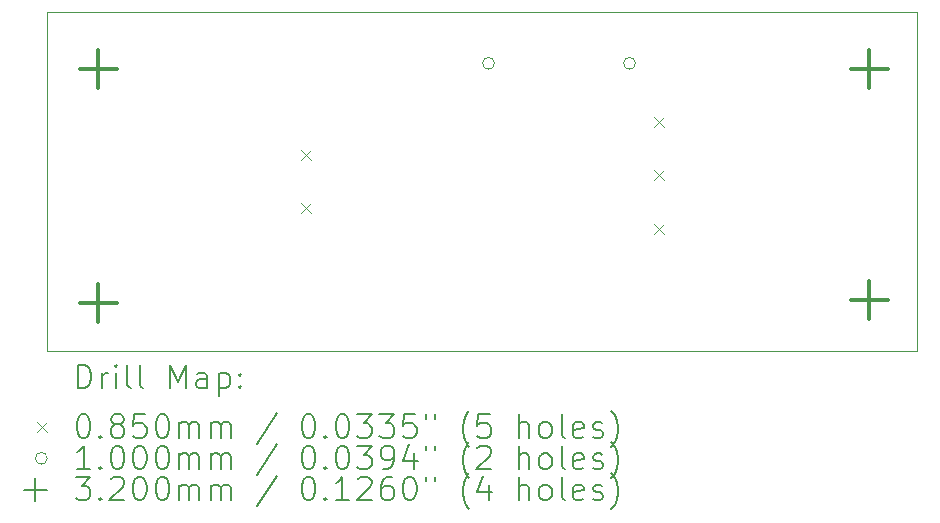
<source format=gbr>
%TF.GenerationSoftware,KiCad,Pcbnew,8.0.7*%
%TF.CreationDate,2025-02-03T10:27:33+01:00*%
%TF.ProjectId,pwmTo_0-5V,70776d54-6f5f-4302-9d35-562e6b696361,rev?*%
%TF.SameCoordinates,Original*%
%TF.FileFunction,Drillmap*%
%TF.FilePolarity,Positive*%
%FSLAX45Y45*%
G04 Gerber Fmt 4.5, Leading zero omitted, Abs format (unit mm)*
G04 Created by KiCad (PCBNEW 8.0.7) date 2025-02-03 10:27:33*
%MOMM*%
%LPD*%
G01*
G04 APERTURE LIST*
%ADD10C,0.050000*%
%ADD11C,0.200000*%
%ADD12C,0.100000*%
%ADD13C,0.320000*%
G04 APERTURE END LIST*
D10*
X6428700Y-5398600D02*
X13794700Y-5398600D01*
X13794700Y-8268800D01*
X6428700Y-8268800D01*
X6428700Y-5398600D01*
D11*
D12*
X8577500Y-6562500D02*
X8662500Y-6647500D01*
X8662500Y-6562500D02*
X8577500Y-6647500D01*
X8577500Y-7012500D02*
X8662500Y-7097500D01*
X8662500Y-7012500D02*
X8577500Y-7097500D01*
X11565000Y-6287500D02*
X11650000Y-6372500D01*
X11650000Y-6287500D02*
X11565000Y-6372500D01*
X11565000Y-6737500D02*
X11650000Y-6822500D01*
X11650000Y-6737500D02*
X11565000Y-6822500D01*
X11565000Y-7187500D02*
X11650000Y-7272500D01*
X11650000Y-7187500D02*
X11565000Y-7272500D01*
X10212500Y-5830400D02*
G75*
G02*
X10112500Y-5830400I-50000J0D01*
G01*
X10112500Y-5830400D02*
G75*
G02*
X10212500Y-5830400I50000J0D01*
G01*
X11406300Y-5830400D02*
G75*
G02*
X11306300Y-5830400I-50000J0D01*
G01*
X11306300Y-5830400D02*
G75*
G02*
X11406300Y-5830400I50000J0D01*
G01*
D13*
X6860500Y-5721200D02*
X6860500Y-6041200D01*
X6700500Y-5881200D02*
X7020500Y-5881200D01*
X6860500Y-7702400D02*
X6860500Y-8022400D01*
X6700500Y-7862400D02*
X7020500Y-7862400D01*
X13388300Y-5721200D02*
X13388300Y-6041200D01*
X13228300Y-5881200D02*
X13548300Y-5881200D01*
X13388300Y-7677000D02*
X13388300Y-7997000D01*
X13228300Y-7837000D02*
X13548300Y-7837000D01*
D11*
X6686977Y-8582784D02*
X6686977Y-8382784D01*
X6686977Y-8382784D02*
X6734596Y-8382784D01*
X6734596Y-8382784D02*
X6763167Y-8392308D01*
X6763167Y-8392308D02*
X6782215Y-8411355D01*
X6782215Y-8411355D02*
X6791739Y-8430403D01*
X6791739Y-8430403D02*
X6801262Y-8468498D01*
X6801262Y-8468498D02*
X6801262Y-8497070D01*
X6801262Y-8497070D02*
X6791739Y-8535165D01*
X6791739Y-8535165D02*
X6782215Y-8554212D01*
X6782215Y-8554212D02*
X6763167Y-8573260D01*
X6763167Y-8573260D02*
X6734596Y-8582784D01*
X6734596Y-8582784D02*
X6686977Y-8582784D01*
X6886977Y-8582784D02*
X6886977Y-8449450D01*
X6886977Y-8487546D02*
X6896501Y-8468498D01*
X6896501Y-8468498D02*
X6906024Y-8458974D01*
X6906024Y-8458974D02*
X6925072Y-8449450D01*
X6925072Y-8449450D02*
X6944120Y-8449450D01*
X7010786Y-8582784D02*
X7010786Y-8449450D01*
X7010786Y-8382784D02*
X7001262Y-8392308D01*
X7001262Y-8392308D02*
X7010786Y-8401831D01*
X7010786Y-8401831D02*
X7020310Y-8392308D01*
X7020310Y-8392308D02*
X7010786Y-8382784D01*
X7010786Y-8382784D02*
X7010786Y-8401831D01*
X7134596Y-8582784D02*
X7115548Y-8573260D01*
X7115548Y-8573260D02*
X7106024Y-8554212D01*
X7106024Y-8554212D02*
X7106024Y-8382784D01*
X7239358Y-8582784D02*
X7220310Y-8573260D01*
X7220310Y-8573260D02*
X7210786Y-8554212D01*
X7210786Y-8554212D02*
X7210786Y-8382784D01*
X7467929Y-8582784D02*
X7467929Y-8382784D01*
X7467929Y-8382784D02*
X7534596Y-8525641D01*
X7534596Y-8525641D02*
X7601262Y-8382784D01*
X7601262Y-8382784D02*
X7601262Y-8582784D01*
X7782215Y-8582784D02*
X7782215Y-8478022D01*
X7782215Y-8478022D02*
X7772691Y-8458974D01*
X7772691Y-8458974D02*
X7753643Y-8449450D01*
X7753643Y-8449450D02*
X7715548Y-8449450D01*
X7715548Y-8449450D02*
X7696501Y-8458974D01*
X7782215Y-8573260D02*
X7763167Y-8582784D01*
X7763167Y-8582784D02*
X7715548Y-8582784D01*
X7715548Y-8582784D02*
X7696501Y-8573260D01*
X7696501Y-8573260D02*
X7686977Y-8554212D01*
X7686977Y-8554212D02*
X7686977Y-8535165D01*
X7686977Y-8535165D02*
X7696501Y-8516117D01*
X7696501Y-8516117D02*
X7715548Y-8506593D01*
X7715548Y-8506593D02*
X7763167Y-8506593D01*
X7763167Y-8506593D02*
X7782215Y-8497070D01*
X7877453Y-8449450D02*
X7877453Y-8649450D01*
X7877453Y-8458974D02*
X7896501Y-8449450D01*
X7896501Y-8449450D02*
X7934596Y-8449450D01*
X7934596Y-8449450D02*
X7953643Y-8458974D01*
X7953643Y-8458974D02*
X7963167Y-8468498D01*
X7963167Y-8468498D02*
X7972691Y-8487546D01*
X7972691Y-8487546D02*
X7972691Y-8544689D01*
X7972691Y-8544689D02*
X7963167Y-8563736D01*
X7963167Y-8563736D02*
X7953643Y-8573260D01*
X7953643Y-8573260D02*
X7934596Y-8582784D01*
X7934596Y-8582784D02*
X7896501Y-8582784D01*
X7896501Y-8582784D02*
X7877453Y-8573260D01*
X8058405Y-8563736D02*
X8067929Y-8573260D01*
X8067929Y-8573260D02*
X8058405Y-8582784D01*
X8058405Y-8582784D02*
X8048882Y-8573260D01*
X8048882Y-8573260D02*
X8058405Y-8563736D01*
X8058405Y-8563736D02*
X8058405Y-8582784D01*
X8058405Y-8458974D02*
X8067929Y-8468498D01*
X8067929Y-8468498D02*
X8058405Y-8478022D01*
X8058405Y-8478022D02*
X8048882Y-8468498D01*
X8048882Y-8468498D02*
X8058405Y-8458974D01*
X8058405Y-8458974D02*
X8058405Y-8478022D01*
D12*
X6341200Y-8868800D02*
X6426200Y-8953800D01*
X6426200Y-8868800D02*
X6341200Y-8953800D01*
D11*
X6725072Y-8802784D02*
X6744120Y-8802784D01*
X6744120Y-8802784D02*
X6763167Y-8812308D01*
X6763167Y-8812308D02*
X6772691Y-8821831D01*
X6772691Y-8821831D02*
X6782215Y-8840879D01*
X6782215Y-8840879D02*
X6791739Y-8878974D01*
X6791739Y-8878974D02*
X6791739Y-8926593D01*
X6791739Y-8926593D02*
X6782215Y-8964689D01*
X6782215Y-8964689D02*
X6772691Y-8983736D01*
X6772691Y-8983736D02*
X6763167Y-8993260D01*
X6763167Y-8993260D02*
X6744120Y-9002784D01*
X6744120Y-9002784D02*
X6725072Y-9002784D01*
X6725072Y-9002784D02*
X6706024Y-8993260D01*
X6706024Y-8993260D02*
X6696501Y-8983736D01*
X6696501Y-8983736D02*
X6686977Y-8964689D01*
X6686977Y-8964689D02*
X6677453Y-8926593D01*
X6677453Y-8926593D02*
X6677453Y-8878974D01*
X6677453Y-8878974D02*
X6686977Y-8840879D01*
X6686977Y-8840879D02*
X6696501Y-8821831D01*
X6696501Y-8821831D02*
X6706024Y-8812308D01*
X6706024Y-8812308D02*
X6725072Y-8802784D01*
X6877453Y-8983736D02*
X6886977Y-8993260D01*
X6886977Y-8993260D02*
X6877453Y-9002784D01*
X6877453Y-9002784D02*
X6867929Y-8993260D01*
X6867929Y-8993260D02*
X6877453Y-8983736D01*
X6877453Y-8983736D02*
X6877453Y-9002784D01*
X7001262Y-8888498D02*
X6982215Y-8878974D01*
X6982215Y-8878974D02*
X6972691Y-8869450D01*
X6972691Y-8869450D02*
X6963167Y-8850403D01*
X6963167Y-8850403D02*
X6963167Y-8840879D01*
X6963167Y-8840879D02*
X6972691Y-8821831D01*
X6972691Y-8821831D02*
X6982215Y-8812308D01*
X6982215Y-8812308D02*
X7001262Y-8802784D01*
X7001262Y-8802784D02*
X7039358Y-8802784D01*
X7039358Y-8802784D02*
X7058405Y-8812308D01*
X7058405Y-8812308D02*
X7067929Y-8821831D01*
X7067929Y-8821831D02*
X7077453Y-8840879D01*
X7077453Y-8840879D02*
X7077453Y-8850403D01*
X7077453Y-8850403D02*
X7067929Y-8869450D01*
X7067929Y-8869450D02*
X7058405Y-8878974D01*
X7058405Y-8878974D02*
X7039358Y-8888498D01*
X7039358Y-8888498D02*
X7001262Y-8888498D01*
X7001262Y-8888498D02*
X6982215Y-8898022D01*
X6982215Y-8898022D02*
X6972691Y-8907546D01*
X6972691Y-8907546D02*
X6963167Y-8926593D01*
X6963167Y-8926593D02*
X6963167Y-8964689D01*
X6963167Y-8964689D02*
X6972691Y-8983736D01*
X6972691Y-8983736D02*
X6982215Y-8993260D01*
X6982215Y-8993260D02*
X7001262Y-9002784D01*
X7001262Y-9002784D02*
X7039358Y-9002784D01*
X7039358Y-9002784D02*
X7058405Y-8993260D01*
X7058405Y-8993260D02*
X7067929Y-8983736D01*
X7067929Y-8983736D02*
X7077453Y-8964689D01*
X7077453Y-8964689D02*
X7077453Y-8926593D01*
X7077453Y-8926593D02*
X7067929Y-8907546D01*
X7067929Y-8907546D02*
X7058405Y-8898022D01*
X7058405Y-8898022D02*
X7039358Y-8888498D01*
X7258405Y-8802784D02*
X7163167Y-8802784D01*
X7163167Y-8802784D02*
X7153643Y-8898022D01*
X7153643Y-8898022D02*
X7163167Y-8888498D01*
X7163167Y-8888498D02*
X7182215Y-8878974D01*
X7182215Y-8878974D02*
X7229834Y-8878974D01*
X7229834Y-8878974D02*
X7248882Y-8888498D01*
X7248882Y-8888498D02*
X7258405Y-8898022D01*
X7258405Y-8898022D02*
X7267929Y-8917070D01*
X7267929Y-8917070D02*
X7267929Y-8964689D01*
X7267929Y-8964689D02*
X7258405Y-8983736D01*
X7258405Y-8983736D02*
X7248882Y-8993260D01*
X7248882Y-8993260D02*
X7229834Y-9002784D01*
X7229834Y-9002784D02*
X7182215Y-9002784D01*
X7182215Y-9002784D02*
X7163167Y-8993260D01*
X7163167Y-8993260D02*
X7153643Y-8983736D01*
X7391739Y-8802784D02*
X7410786Y-8802784D01*
X7410786Y-8802784D02*
X7429834Y-8812308D01*
X7429834Y-8812308D02*
X7439358Y-8821831D01*
X7439358Y-8821831D02*
X7448882Y-8840879D01*
X7448882Y-8840879D02*
X7458405Y-8878974D01*
X7458405Y-8878974D02*
X7458405Y-8926593D01*
X7458405Y-8926593D02*
X7448882Y-8964689D01*
X7448882Y-8964689D02*
X7439358Y-8983736D01*
X7439358Y-8983736D02*
X7429834Y-8993260D01*
X7429834Y-8993260D02*
X7410786Y-9002784D01*
X7410786Y-9002784D02*
X7391739Y-9002784D01*
X7391739Y-9002784D02*
X7372691Y-8993260D01*
X7372691Y-8993260D02*
X7363167Y-8983736D01*
X7363167Y-8983736D02*
X7353643Y-8964689D01*
X7353643Y-8964689D02*
X7344120Y-8926593D01*
X7344120Y-8926593D02*
X7344120Y-8878974D01*
X7344120Y-8878974D02*
X7353643Y-8840879D01*
X7353643Y-8840879D02*
X7363167Y-8821831D01*
X7363167Y-8821831D02*
X7372691Y-8812308D01*
X7372691Y-8812308D02*
X7391739Y-8802784D01*
X7544120Y-9002784D02*
X7544120Y-8869450D01*
X7544120Y-8888498D02*
X7553643Y-8878974D01*
X7553643Y-8878974D02*
X7572691Y-8869450D01*
X7572691Y-8869450D02*
X7601263Y-8869450D01*
X7601263Y-8869450D02*
X7620310Y-8878974D01*
X7620310Y-8878974D02*
X7629834Y-8898022D01*
X7629834Y-8898022D02*
X7629834Y-9002784D01*
X7629834Y-8898022D02*
X7639358Y-8878974D01*
X7639358Y-8878974D02*
X7658405Y-8869450D01*
X7658405Y-8869450D02*
X7686977Y-8869450D01*
X7686977Y-8869450D02*
X7706024Y-8878974D01*
X7706024Y-8878974D02*
X7715548Y-8898022D01*
X7715548Y-8898022D02*
X7715548Y-9002784D01*
X7810786Y-9002784D02*
X7810786Y-8869450D01*
X7810786Y-8888498D02*
X7820310Y-8878974D01*
X7820310Y-8878974D02*
X7839358Y-8869450D01*
X7839358Y-8869450D02*
X7867929Y-8869450D01*
X7867929Y-8869450D02*
X7886977Y-8878974D01*
X7886977Y-8878974D02*
X7896501Y-8898022D01*
X7896501Y-8898022D02*
X7896501Y-9002784D01*
X7896501Y-8898022D02*
X7906024Y-8878974D01*
X7906024Y-8878974D02*
X7925072Y-8869450D01*
X7925072Y-8869450D02*
X7953643Y-8869450D01*
X7953643Y-8869450D02*
X7972691Y-8878974D01*
X7972691Y-8878974D02*
X7982215Y-8898022D01*
X7982215Y-8898022D02*
X7982215Y-9002784D01*
X8372691Y-8793260D02*
X8201263Y-9050403D01*
X8629834Y-8802784D02*
X8648882Y-8802784D01*
X8648882Y-8802784D02*
X8667929Y-8812308D01*
X8667929Y-8812308D02*
X8677453Y-8821831D01*
X8677453Y-8821831D02*
X8686977Y-8840879D01*
X8686977Y-8840879D02*
X8696501Y-8878974D01*
X8696501Y-8878974D02*
X8696501Y-8926593D01*
X8696501Y-8926593D02*
X8686977Y-8964689D01*
X8686977Y-8964689D02*
X8677453Y-8983736D01*
X8677453Y-8983736D02*
X8667929Y-8993260D01*
X8667929Y-8993260D02*
X8648882Y-9002784D01*
X8648882Y-9002784D02*
X8629834Y-9002784D01*
X8629834Y-9002784D02*
X8610787Y-8993260D01*
X8610787Y-8993260D02*
X8601263Y-8983736D01*
X8601263Y-8983736D02*
X8591739Y-8964689D01*
X8591739Y-8964689D02*
X8582215Y-8926593D01*
X8582215Y-8926593D02*
X8582215Y-8878974D01*
X8582215Y-8878974D02*
X8591739Y-8840879D01*
X8591739Y-8840879D02*
X8601263Y-8821831D01*
X8601263Y-8821831D02*
X8610787Y-8812308D01*
X8610787Y-8812308D02*
X8629834Y-8802784D01*
X8782215Y-8983736D02*
X8791739Y-8993260D01*
X8791739Y-8993260D02*
X8782215Y-9002784D01*
X8782215Y-9002784D02*
X8772691Y-8993260D01*
X8772691Y-8993260D02*
X8782215Y-8983736D01*
X8782215Y-8983736D02*
X8782215Y-9002784D01*
X8915548Y-8802784D02*
X8934596Y-8802784D01*
X8934596Y-8802784D02*
X8953644Y-8812308D01*
X8953644Y-8812308D02*
X8963168Y-8821831D01*
X8963168Y-8821831D02*
X8972691Y-8840879D01*
X8972691Y-8840879D02*
X8982215Y-8878974D01*
X8982215Y-8878974D02*
X8982215Y-8926593D01*
X8982215Y-8926593D02*
X8972691Y-8964689D01*
X8972691Y-8964689D02*
X8963168Y-8983736D01*
X8963168Y-8983736D02*
X8953644Y-8993260D01*
X8953644Y-8993260D02*
X8934596Y-9002784D01*
X8934596Y-9002784D02*
X8915548Y-9002784D01*
X8915548Y-9002784D02*
X8896501Y-8993260D01*
X8896501Y-8993260D02*
X8886977Y-8983736D01*
X8886977Y-8983736D02*
X8877453Y-8964689D01*
X8877453Y-8964689D02*
X8867929Y-8926593D01*
X8867929Y-8926593D02*
X8867929Y-8878974D01*
X8867929Y-8878974D02*
X8877453Y-8840879D01*
X8877453Y-8840879D02*
X8886977Y-8821831D01*
X8886977Y-8821831D02*
X8896501Y-8812308D01*
X8896501Y-8812308D02*
X8915548Y-8802784D01*
X9048882Y-8802784D02*
X9172691Y-8802784D01*
X9172691Y-8802784D02*
X9106025Y-8878974D01*
X9106025Y-8878974D02*
X9134596Y-8878974D01*
X9134596Y-8878974D02*
X9153644Y-8888498D01*
X9153644Y-8888498D02*
X9163168Y-8898022D01*
X9163168Y-8898022D02*
X9172691Y-8917070D01*
X9172691Y-8917070D02*
X9172691Y-8964689D01*
X9172691Y-8964689D02*
X9163168Y-8983736D01*
X9163168Y-8983736D02*
X9153644Y-8993260D01*
X9153644Y-8993260D02*
X9134596Y-9002784D01*
X9134596Y-9002784D02*
X9077453Y-9002784D01*
X9077453Y-9002784D02*
X9058406Y-8993260D01*
X9058406Y-8993260D02*
X9048882Y-8983736D01*
X9239358Y-8802784D02*
X9363168Y-8802784D01*
X9363168Y-8802784D02*
X9296501Y-8878974D01*
X9296501Y-8878974D02*
X9325072Y-8878974D01*
X9325072Y-8878974D02*
X9344120Y-8888498D01*
X9344120Y-8888498D02*
X9353644Y-8898022D01*
X9353644Y-8898022D02*
X9363168Y-8917070D01*
X9363168Y-8917070D02*
X9363168Y-8964689D01*
X9363168Y-8964689D02*
X9353644Y-8983736D01*
X9353644Y-8983736D02*
X9344120Y-8993260D01*
X9344120Y-8993260D02*
X9325072Y-9002784D01*
X9325072Y-9002784D02*
X9267929Y-9002784D01*
X9267929Y-9002784D02*
X9248882Y-8993260D01*
X9248882Y-8993260D02*
X9239358Y-8983736D01*
X9544120Y-8802784D02*
X9448882Y-8802784D01*
X9448882Y-8802784D02*
X9439358Y-8898022D01*
X9439358Y-8898022D02*
X9448882Y-8888498D01*
X9448882Y-8888498D02*
X9467929Y-8878974D01*
X9467929Y-8878974D02*
X9515549Y-8878974D01*
X9515549Y-8878974D02*
X9534596Y-8888498D01*
X9534596Y-8888498D02*
X9544120Y-8898022D01*
X9544120Y-8898022D02*
X9553644Y-8917070D01*
X9553644Y-8917070D02*
X9553644Y-8964689D01*
X9553644Y-8964689D02*
X9544120Y-8983736D01*
X9544120Y-8983736D02*
X9534596Y-8993260D01*
X9534596Y-8993260D02*
X9515549Y-9002784D01*
X9515549Y-9002784D02*
X9467929Y-9002784D01*
X9467929Y-9002784D02*
X9448882Y-8993260D01*
X9448882Y-8993260D02*
X9439358Y-8983736D01*
X9629834Y-8802784D02*
X9629834Y-8840879D01*
X9706025Y-8802784D02*
X9706025Y-8840879D01*
X10001263Y-9078974D02*
X9991739Y-9069450D01*
X9991739Y-9069450D02*
X9972691Y-9040879D01*
X9972691Y-9040879D02*
X9963168Y-9021831D01*
X9963168Y-9021831D02*
X9953644Y-8993260D01*
X9953644Y-8993260D02*
X9944120Y-8945641D01*
X9944120Y-8945641D02*
X9944120Y-8907546D01*
X9944120Y-8907546D02*
X9953644Y-8859927D01*
X9953644Y-8859927D02*
X9963168Y-8831355D01*
X9963168Y-8831355D02*
X9972691Y-8812308D01*
X9972691Y-8812308D02*
X9991739Y-8783736D01*
X9991739Y-8783736D02*
X10001263Y-8774212D01*
X10172691Y-8802784D02*
X10077453Y-8802784D01*
X10077453Y-8802784D02*
X10067930Y-8898022D01*
X10067930Y-8898022D02*
X10077453Y-8888498D01*
X10077453Y-8888498D02*
X10096501Y-8878974D01*
X10096501Y-8878974D02*
X10144120Y-8878974D01*
X10144120Y-8878974D02*
X10163168Y-8888498D01*
X10163168Y-8888498D02*
X10172691Y-8898022D01*
X10172691Y-8898022D02*
X10182215Y-8917070D01*
X10182215Y-8917070D02*
X10182215Y-8964689D01*
X10182215Y-8964689D02*
X10172691Y-8983736D01*
X10172691Y-8983736D02*
X10163168Y-8993260D01*
X10163168Y-8993260D02*
X10144120Y-9002784D01*
X10144120Y-9002784D02*
X10096501Y-9002784D01*
X10096501Y-9002784D02*
X10077453Y-8993260D01*
X10077453Y-8993260D02*
X10067930Y-8983736D01*
X10420311Y-9002784D02*
X10420311Y-8802784D01*
X10506025Y-9002784D02*
X10506025Y-8898022D01*
X10506025Y-8898022D02*
X10496501Y-8878974D01*
X10496501Y-8878974D02*
X10477453Y-8869450D01*
X10477453Y-8869450D02*
X10448882Y-8869450D01*
X10448882Y-8869450D02*
X10429834Y-8878974D01*
X10429834Y-8878974D02*
X10420311Y-8888498D01*
X10629834Y-9002784D02*
X10610787Y-8993260D01*
X10610787Y-8993260D02*
X10601263Y-8983736D01*
X10601263Y-8983736D02*
X10591739Y-8964689D01*
X10591739Y-8964689D02*
X10591739Y-8907546D01*
X10591739Y-8907546D02*
X10601263Y-8888498D01*
X10601263Y-8888498D02*
X10610787Y-8878974D01*
X10610787Y-8878974D02*
X10629834Y-8869450D01*
X10629834Y-8869450D02*
X10658406Y-8869450D01*
X10658406Y-8869450D02*
X10677453Y-8878974D01*
X10677453Y-8878974D02*
X10686977Y-8888498D01*
X10686977Y-8888498D02*
X10696501Y-8907546D01*
X10696501Y-8907546D02*
X10696501Y-8964689D01*
X10696501Y-8964689D02*
X10686977Y-8983736D01*
X10686977Y-8983736D02*
X10677453Y-8993260D01*
X10677453Y-8993260D02*
X10658406Y-9002784D01*
X10658406Y-9002784D02*
X10629834Y-9002784D01*
X10810787Y-9002784D02*
X10791739Y-8993260D01*
X10791739Y-8993260D02*
X10782215Y-8974212D01*
X10782215Y-8974212D02*
X10782215Y-8802784D01*
X10963168Y-8993260D02*
X10944120Y-9002784D01*
X10944120Y-9002784D02*
X10906025Y-9002784D01*
X10906025Y-9002784D02*
X10886977Y-8993260D01*
X10886977Y-8993260D02*
X10877453Y-8974212D01*
X10877453Y-8974212D02*
X10877453Y-8898022D01*
X10877453Y-8898022D02*
X10886977Y-8878974D01*
X10886977Y-8878974D02*
X10906025Y-8869450D01*
X10906025Y-8869450D02*
X10944120Y-8869450D01*
X10944120Y-8869450D02*
X10963168Y-8878974D01*
X10963168Y-8878974D02*
X10972692Y-8898022D01*
X10972692Y-8898022D02*
X10972692Y-8917070D01*
X10972692Y-8917070D02*
X10877453Y-8936117D01*
X11048882Y-8993260D02*
X11067930Y-9002784D01*
X11067930Y-9002784D02*
X11106025Y-9002784D01*
X11106025Y-9002784D02*
X11125073Y-8993260D01*
X11125073Y-8993260D02*
X11134596Y-8974212D01*
X11134596Y-8974212D02*
X11134596Y-8964689D01*
X11134596Y-8964689D02*
X11125073Y-8945641D01*
X11125073Y-8945641D02*
X11106025Y-8936117D01*
X11106025Y-8936117D02*
X11077453Y-8936117D01*
X11077453Y-8936117D02*
X11058406Y-8926593D01*
X11058406Y-8926593D02*
X11048882Y-8907546D01*
X11048882Y-8907546D02*
X11048882Y-8898022D01*
X11048882Y-8898022D02*
X11058406Y-8878974D01*
X11058406Y-8878974D02*
X11077453Y-8869450D01*
X11077453Y-8869450D02*
X11106025Y-8869450D01*
X11106025Y-8869450D02*
X11125073Y-8878974D01*
X11201263Y-9078974D02*
X11210787Y-9069450D01*
X11210787Y-9069450D02*
X11229834Y-9040879D01*
X11229834Y-9040879D02*
X11239358Y-9021831D01*
X11239358Y-9021831D02*
X11248882Y-8993260D01*
X11248882Y-8993260D02*
X11258406Y-8945641D01*
X11258406Y-8945641D02*
X11258406Y-8907546D01*
X11258406Y-8907546D02*
X11248882Y-8859927D01*
X11248882Y-8859927D02*
X11239358Y-8831355D01*
X11239358Y-8831355D02*
X11229834Y-8812308D01*
X11229834Y-8812308D02*
X11210787Y-8783736D01*
X11210787Y-8783736D02*
X11201263Y-8774212D01*
D12*
X6426200Y-9175300D02*
G75*
G02*
X6326200Y-9175300I-50000J0D01*
G01*
X6326200Y-9175300D02*
G75*
G02*
X6426200Y-9175300I50000J0D01*
G01*
D11*
X6791739Y-9266784D02*
X6677453Y-9266784D01*
X6734596Y-9266784D02*
X6734596Y-9066784D01*
X6734596Y-9066784D02*
X6715548Y-9095355D01*
X6715548Y-9095355D02*
X6696501Y-9114403D01*
X6696501Y-9114403D02*
X6677453Y-9123927D01*
X6877453Y-9247736D02*
X6886977Y-9257260D01*
X6886977Y-9257260D02*
X6877453Y-9266784D01*
X6877453Y-9266784D02*
X6867929Y-9257260D01*
X6867929Y-9257260D02*
X6877453Y-9247736D01*
X6877453Y-9247736D02*
X6877453Y-9266784D01*
X7010786Y-9066784D02*
X7029834Y-9066784D01*
X7029834Y-9066784D02*
X7048882Y-9076308D01*
X7048882Y-9076308D02*
X7058405Y-9085831D01*
X7058405Y-9085831D02*
X7067929Y-9104879D01*
X7067929Y-9104879D02*
X7077453Y-9142974D01*
X7077453Y-9142974D02*
X7077453Y-9190593D01*
X7077453Y-9190593D02*
X7067929Y-9228689D01*
X7067929Y-9228689D02*
X7058405Y-9247736D01*
X7058405Y-9247736D02*
X7048882Y-9257260D01*
X7048882Y-9257260D02*
X7029834Y-9266784D01*
X7029834Y-9266784D02*
X7010786Y-9266784D01*
X7010786Y-9266784D02*
X6991739Y-9257260D01*
X6991739Y-9257260D02*
X6982215Y-9247736D01*
X6982215Y-9247736D02*
X6972691Y-9228689D01*
X6972691Y-9228689D02*
X6963167Y-9190593D01*
X6963167Y-9190593D02*
X6963167Y-9142974D01*
X6963167Y-9142974D02*
X6972691Y-9104879D01*
X6972691Y-9104879D02*
X6982215Y-9085831D01*
X6982215Y-9085831D02*
X6991739Y-9076308D01*
X6991739Y-9076308D02*
X7010786Y-9066784D01*
X7201262Y-9066784D02*
X7220310Y-9066784D01*
X7220310Y-9066784D02*
X7239358Y-9076308D01*
X7239358Y-9076308D02*
X7248882Y-9085831D01*
X7248882Y-9085831D02*
X7258405Y-9104879D01*
X7258405Y-9104879D02*
X7267929Y-9142974D01*
X7267929Y-9142974D02*
X7267929Y-9190593D01*
X7267929Y-9190593D02*
X7258405Y-9228689D01*
X7258405Y-9228689D02*
X7248882Y-9247736D01*
X7248882Y-9247736D02*
X7239358Y-9257260D01*
X7239358Y-9257260D02*
X7220310Y-9266784D01*
X7220310Y-9266784D02*
X7201262Y-9266784D01*
X7201262Y-9266784D02*
X7182215Y-9257260D01*
X7182215Y-9257260D02*
X7172691Y-9247736D01*
X7172691Y-9247736D02*
X7163167Y-9228689D01*
X7163167Y-9228689D02*
X7153643Y-9190593D01*
X7153643Y-9190593D02*
X7153643Y-9142974D01*
X7153643Y-9142974D02*
X7163167Y-9104879D01*
X7163167Y-9104879D02*
X7172691Y-9085831D01*
X7172691Y-9085831D02*
X7182215Y-9076308D01*
X7182215Y-9076308D02*
X7201262Y-9066784D01*
X7391739Y-9066784D02*
X7410786Y-9066784D01*
X7410786Y-9066784D02*
X7429834Y-9076308D01*
X7429834Y-9076308D02*
X7439358Y-9085831D01*
X7439358Y-9085831D02*
X7448882Y-9104879D01*
X7448882Y-9104879D02*
X7458405Y-9142974D01*
X7458405Y-9142974D02*
X7458405Y-9190593D01*
X7458405Y-9190593D02*
X7448882Y-9228689D01*
X7448882Y-9228689D02*
X7439358Y-9247736D01*
X7439358Y-9247736D02*
X7429834Y-9257260D01*
X7429834Y-9257260D02*
X7410786Y-9266784D01*
X7410786Y-9266784D02*
X7391739Y-9266784D01*
X7391739Y-9266784D02*
X7372691Y-9257260D01*
X7372691Y-9257260D02*
X7363167Y-9247736D01*
X7363167Y-9247736D02*
X7353643Y-9228689D01*
X7353643Y-9228689D02*
X7344120Y-9190593D01*
X7344120Y-9190593D02*
X7344120Y-9142974D01*
X7344120Y-9142974D02*
X7353643Y-9104879D01*
X7353643Y-9104879D02*
X7363167Y-9085831D01*
X7363167Y-9085831D02*
X7372691Y-9076308D01*
X7372691Y-9076308D02*
X7391739Y-9066784D01*
X7544120Y-9266784D02*
X7544120Y-9133450D01*
X7544120Y-9152498D02*
X7553643Y-9142974D01*
X7553643Y-9142974D02*
X7572691Y-9133450D01*
X7572691Y-9133450D02*
X7601263Y-9133450D01*
X7601263Y-9133450D02*
X7620310Y-9142974D01*
X7620310Y-9142974D02*
X7629834Y-9162022D01*
X7629834Y-9162022D02*
X7629834Y-9266784D01*
X7629834Y-9162022D02*
X7639358Y-9142974D01*
X7639358Y-9142974D02*
X7658405Y-9133450D01*
X7658405Y-9133450D02*
X7686977Y-9133450D01*
X7686977Y-9133450D02*
X7706024Y-9142974D01*
X7706024Y-9142974D02*
X7715548Y-9162022D01*
X7715548Y-9162022D02*
X7715548Y-9266784D01*
X7810786Y-9266784D02*
X7810786Y-9133450D01*
X7810786Y-9152498D02*
X7820310Y-9142974D01*
X7820310Y-9142974D02*
X7839358Y-9133450D01*
X7839358Y-9133450D02*
X7867929Y-9133450D01*
X7867929Y-9133450D02*
X7886977Y-9142974D01*
X7886977Y-9142974D02*
X7896501Y-9162022D01*
X7896501Y-9162022D02*
X7896501Y-9266784D01*
X7896501Y-9162022D02*
X7906024Y-9142974D01*
X7906024Y-9142974D02*
X7925072Y-9133450D01*
X7925072Y-9133450D02*
X7953643Y-9133450D01*
X7953643Y-9133450D02*
X7972691Y-9142974D01*
X7972691Y-9142974D02*
X7982215Y-9162022D01*
X7982215Y-9162022D02*
X7982215Y-9266784D01*
X8372691Y-9057260D02*
X8201263Y-9314403D01*
X8629834Y-9066784D02*
X8648882Y-9066784D01*
X8648882Y-9066784D02*
X8667929Y-9076308D01*
X8667929Y-9076308D02*
X8677453Y-9085831D01*
X8677453Y-9085831D02*
X8686977Y-9104879D01*
X8686977Y-9104879D02*
X8696501Y-9142974D01*
X8696501Y-9142974D02*
X8696501Y-9190593D01*
X8696501Y-9190593D02*
X8686977Y-9228689D01*
X8686977Y-9228689D02*
X8677453Y-9247736D01*
X8677453Y-9247736D02*
X8667929Y-9257260D01*
X8667929Y-9257260D02*
X8648882Y-9266784D01*
X8648882Y-9266784D02*
X8629834Y-9266784D01*
X8629834Y-9266784D02*
X8610787Y-9257260D01*
X8610787Y-9257260D02*
X8601263Y-9247736D01*
X8601263Y-9247736D02*
X8591739Y-9228689D01*
X8591739Y-9228689D02*
X8582215Y-9190593D01*
X8582215Y-9190593D02*
X8582215Y-9142974D01*
X8582215Y-9142974D02*
X8591739Y-9104879D01*
X8591739Y-9104879D02*
X8601263Y-9085831D01*
X8601263Y-9085831D02*
X8610787Y-9076308D01*
X8610787Y-9076308D02*
X8629834Y-9066784D01*
X8782215Y-9247736D02*
X8791739Y-9257260D01*
X8791739Y-9257260D02*
X8782215Y-9266784D01*
X8782215Y-9266784D02*
X8772691Y-9257260D01*
X8772691Y-9257260D02*
X8782215Y-9247736D01*
X8782215Y-9247736D02*
X8782215Y-9266784D01*
X8915548Y-9066784D02*
X8934596Y-9066784D01*
X8934596Y-9066784D02*
X8953644Y-9076308D01*
X8953644Y-9076308D02*
X8963168Y-9085831D01*
X8963168Y-9085831D02*
X8972691Y-9104879D01*
X8972691Y-9104879D02*
X8982215Y-9142974D01*
X8982215Y-9142974D02*
X8982215Y-9190593D01*
X8982215Y-9190593D02*
X8972691Y-9228689D01*
X8972691Y-9228689D02*
X8963168Y-9247736D01*
X8963168Y-9247736D02*
X8953644Y-9257260D01*
X8953644Y-9257260D02*
X8934596Y-9266784D01*
X8934596Y-9266784D02*
X8915548Y-9266784D01*
X8915548Y-9266784D02*
X8896501Y-9257260D01*
X8896501Y-9257260D02*
X8886977Y-9247736D01*
X8886977Y-9247736D02*
X8877453Y-9228689D01*
X8877453Y-9228689D02*
X8867929Y-9190593D01*
X8867929Y-9190593D02*
X8867929Y-9142974D01*
X8867929Y-9142974D02*
X8877453Y-9104879D01*
X8877453Y-9104879D02*
X8886977Y-9085831D01*
X8886977Y-9085831D02*
X8896501Y-9076308D01*
X8896501Y-9076308D02*
X8915548Y-9066784D01*
X9048882Y-9066784D02*
X9172691Y-9066784D01*
X9172691Y-9066784D02*
X9106025Y-9142974D01*
X9106025Y-9142974D02*
X9134596Y-9142974D01*
X9134596Y-9142974D02*
X9153644Y-9152498D01*
X9153644Y-9152498D02*
X9163168Y-9162022D01*
X9163168Y-9162022D02*
X9172691Y-9181070D01*
X9172691Y-9181070D02*
X9172691Y-9228689D01*
X9172691Y-9228689D02*
X9163168Y-9247736D01*
X9163168Y-9247736D02*
X9153644Y-9257260D01*
X9153644Y-9257260D02*
X9134596Y-9266784D01*
X9134596Y-9266784D02*
X9077453Y-9266784D01*
X9077453Y-9266784D02*
X9058406Y-9257260D01*
X9058406Y-9257260D02*
X9048882Y-9247736D01*
X9267929Y-9266784D02*
X9306025Y-9266784D01*
X9306025Y-9266784D02*
X9325072Y-9257260D01*
X9325072Y-9257260D02*
X9334596Y-9247736D01*
X9334596Y-9247736D02*
X9353644Y-9219165D01*
X9353644Y-9219165D02*
X9363168Y-9181070D01*
X9363168Y-9181070D02*
X9363168Y-9104879D01*
X9363168Y-9104879D02*
X9353644Y-9085831D01*
X9353644Y-9085831D02*
X9344120Y-9076308D01*
X9344120Y-9076308D02*
X9325072Y-9066784D01*
X9325072Y-9066784D02*
X9286977Y-9066784D01*
X9286977Y-9066784D02*
X9267929Y-9076308D01*
X9267929Y-9076308D02*
X9258406Y-9085831D01*
X9258406Y-9085831D02*
X9248882Y-9104879D01*
X9248882Y-9104879D02*
X9248882Y-9152498D01*
X9248882Y-9152498D02*
X9258406Y-9171546D01*
X9258406Y-9171546D02*
X9267929Y-9181070D01*
X9267929Y-9181070D02*
X9286977Y-9190593D01*
X9286977Y-9190593D02*
X9325072Y-9190593D01*
X9325072Y-9190593D02*
X9344120Y-9181070D01*
X9344120Y-9181070D02*
X9353644Y-9171546D01*
X9353644Y-9171546D02*
X9363168Y-9152498D01*
X9534596Y-9133450D02*
X9534596Y-9266784D01*
X9486977Y-9057260D02*
X9439358Y-9200117D01*
X9439358Y-9200117D02*
X9563168Y-9200117D01*
X9629834Y-9066784D02*
X9629834Y-9104879D01*
X9706025Y-9066784D02*
X9706025Y-9104879D01*
X10001263Y-9342974D02*
X9991739Y-9333450D01*
X9991739Y-9333450D02*
X9972691Y-9304879D01*
X9972691Y-9304879D02*
X9963168Y-9285831D01*
X9963168Y-9285831D02*
X9953644Y-9257260D01*
X9953644Y-9257260D02*
X9944120Y-9209641D01*
X9944120Y-9209641D02*
X9944120Y-9171546D01*
X9944120Y-9171546D02*
X9953644Y-9123927D01*
X9953644Y-9123927D02*
X9963168Y-9095355D01*
X9963168Y-9095355D02*
X9972691Y-9076308D01*
X9972691Y-9076308D02*
X9991739Y-9047736D01*
X9991739Y-9047736D02*
X10001263Y-9038212D01*
X10067930Y-9085831D02*
X10077453Y-9076308D01*
X10077453Y-9076308D02*
X10096501Y-9066784D01*
X10096501Y-9066784D02*
X10144120Y-9066784D01*
X10144120Y-9066784D02*
X10163168Y-9076308D01*
X10163168Y-9076308D02*
X10172691Y-9085831D01*
X10172691Y-9085831D02*
X10182215Y-9104879D01*
X10182215Y-9104879D02*
X10182215Y-9123927D01*
X10182215Y-9123927D02*
X10172691Y-9152498D01*
X10172691Y-9152498D02*
X10058406Y-9266784D01*
X10058406Y-9266784D02*
X10182215Y-9266784D01*
X10420311Y-9266784D02*
X10420311Y-9066784D01*
X10506025Y-9266784D02*
X10506025Y-9162022D01*
X10506025Y-9162022D02*
X10496501Y-9142974D01*
X10496501Y-9142974D02*
X10477453Y-9133450D01*
X10477453Y-9133450D02*
X10448882Y-9133450D01*
X10448882Y-9133450D02*
X10429834Y-9142974D01*
X10429834Y-9142974D02*
X10420311Y-9152498D01*
X10629834Y-9266784D02*
X10610787Y-9257260D01*
X10610787Y-9257260D02*
X10601263Y-9247736D01*
X10601263Y-9247736D02*
X10591739Y-9228689D01*
X10591739Y-9228689D02*
X10591739Y-9171546D01*
X10591739Y-9171546D02*
X10601263Y-9152498D01*
X10601263Y-9152498D02*
X10610787Y-9142974D01*
X10610787Y-9142974D02*
X10629834Y-9133450D01*
X10629834Y-9133450D02*
X10658406Y-9133450D01*
X10658406Y-9133450D02*
X10677453Y-9142974D01*
X10677453Y-9142974D02*
X10686977Y-9152498D01*
X10686977Y-9152498D02*
X10696501Y-9171546D01*
X10696501Y-9171546D02*
X10696501Y-9228689D01*
X10696501Y-9228689D02*
X10686977Y-9247736D01*
X10686977Y-9247736D02*
X10677453Y-9257260D01*
X10677453Y-9257260D02*
X10658406Y-9266784D01*
X10658406Y-9266784D02*
X10629834Y-9266784D01*
X10810787Y-9266784D02*
X10791739Y-9257260D01*
X10791739Y-9257260D02*
X10782215Y-9238212D01*
X10782215Y-9238212D02*
X10782215Y-9066784D01*
X10963168Y-9257260D02*
X10944120Y-9266784D01*
X10944120Y-9266784D02*
X10906025Y-9266784D01*
X10906025Y-9266784D02*
X10886977Y-9257260D01*
X10886977Y-9257260D02*
X10877453Y-9238212D01*
X10877453Y-9238212D02*
X10877453Y-9162022D01*
X10877453Y-9162022D02*
X10886977Y-9142974D01*
X10886977Y-9142974D02*
X10906025Y-9133450D01*
X10906025Y-9133450D02*
X10944120Y-9133450D01*
X10944120Y-9133450D02*
X10963168Y-9142974D01*
X10963168Y-9142974D02*
X10972692Y-9162022D01*
X10972692Y-9162022D02*
X10972692Y-9181070D01*
X10972692Y-9181070D02*
X10877453Y-9200117D01*
X11048882Y-9257260D02*
X11067930Y-9266784D01*
X11067930Y-9266784D02*
X11106025Y-9266784D01*
X11106025Y-9266784D02*
X11125073Y-9257260D01*
X11125073Y-9257260D02*
X11134596Y-9238212D01*
X11134596Y-9238212D02*
X11134596Y-9228689D01*
X11134596Y-9228689D02*
X11125073Y-9209641D01*
X11125073Y-9209641D02*
X11106025Y-9200117D01*
X11106025Y-9200117D02*
X11077453Y-9200117D01*
X11077453Y-9200117D02*
X11058406Y-9190593D01*
X11058406Y-9190593D02*
X11048882Y-9171546D01*
X11048882Y-9171546D02*
X11048882Y-9162022D01*
X11048882Y-9162022D02*
X11058406Y-9142974D01*
X11058406Y-9142974D02*
X11077453Y-9133450D01*
X11077453Y-9133450D02*
X11106025Y-9133450D01*
X11106025Y-9133450D02*
X11125073Y-9142974D01*
X11201263Y-9342974D02*
X11210787Y-9333450D01*
X11210787Y-9333450D02*
X11229834Y-9304879D01*
X11229834Y-9304879D02*
X11239358Y-9285831D01*
X11239358Y-9285831D02*
X11248882Y-9257260D01*
X11248882Y-9257260D02*
X11258406Y-9209641D01*
X11258406Y-9209641D02*
X11258406Y-9171546D01*
X11258406Y-9171546D02*
X11248882Y-9123927D01*
X11248882Y-9123927D02*
X11239358Y-9095355D01*
X11239358Y-9095355D02*
X11229834Y-9076308D01*
X11229834Y-9076308D02*
X11210787Y-9047736D01*
X11210787Y-9047736D02*
X11201263Y-9038212D01*
X6326200Y-9339300D02*
X6326200Y-9539300D01*
X6226200Y-9439300D02*
X6426200Y-9439300D01*
X6667929Y-9330784D02*
X6791739Y-9330784D01*
X6791739Y-9330784D02*
X6725072Y-9406974D01*
X6725072Y-9406974D02*
X6753643Y-9406974D01*
X6753643Y-9406974D02*
X6772691Y-9416498D01*
X6772691Y-9416498D02*
X6782215Y-9426022D01*
X6782215Y-9426022D02*
X6791739Y-9445070D01*
X6791739Y-9445070D02*
X6791739Y-9492689D01*
X6791739Y-9492689D02*
X6782215Y-9511736D01*
X6782215Y-9511736D02*
X6772691Y-9521260D01*
X6772691Y-9521260D02*
X6753643Y-9530784D01*
X6753643Y-9530784D02*
X6696501Y-9530784D01*
X6696501Y-9530784D02*
X6677453Y-9521260D01*
X6677453Y-9521260D02*
X6667929Y-9511736D01*
X6877453Y-9511736D02*
X6886977Y-9521260D01*
X6886977Y-9521260D02*
X6877453Y-9530784D01*
X6877453Y-9530784D02*
X6867929Y-9521260D01*
X6867929Y-9521260D02*
X6877453Y-9511736D01*
X6877453Y-9511736D02*
X6877453Y-9530784D01*
X6963167Y-9349831D02*
X6972691Y-9340308D01*
X6972691Y-9340308D02*
X6991739Y-9330784D01*
X6991739Y-9330784D02*
X7039358Y-9330784D01*
X7039358Y-9330784D02*
X7058405Y-9340308D01*
X7058405Y-9340308D02*
X7067929Y-9349831D01*
X7067929Y-9349831D02*
X7077453Y-9368879D01*
X7077453Y-9368879D02*
X7077453Y-9387927D01*
X7077453Y-9387927D02*
X7067929Y-9416498D01*
X7067929Y-9416498D02*
X6953643Y-9530784D01*
X6953643Y-9530784D02*
X7077453Y-9530784D01*
X7201262Y-9330784D02*
X7220310Y-9330784D01*
X7220310Y-9330784D02*
X7239358Y-9340308D01*
X7239358Y-9340308D02*
X7248882Y-9349831D01*
X7248882Y-9349831D02*
X7258405Y-9368879D01*
X7258405Y-9368879D02*
X7267929Y-9406974D01*
X7267929Y-9406974D02*
X7267929Y-9454593D01*
X7267929Y-9454593D02*
X7258405Y-9492689D01*
X7258405Y-9492689D02*
X7248882Y-9511736D01*
X7248882Y-9511736D02*
X7239358Y-9521260D01*
X7239358Y-9521260D02*
X7220310Y-9530784D01*
X7220310Y-9530784D02*
X7201262Y-9530784D01*
X7201262Y-9530784D02*
X7182215Y-9521260D01*
X7182215Y-9521260D02*
X7172691Y-9511736D01*
X7172691Y-9511736D02*
X7163167Y-9492689D01*
X7163167Y-9492689D02*
X7153643Y-9454593D01*
X7153643Y-9454593D02*
X7153643Y-9406974D01*
X7153643Y-9406974D02*
X7163167Y-9368879D01*
X7163167Y-9368879D02*
X7172691Y-9349831D01*
X7172691Y-9349831D02*
X7182215Y-9340308D01*
X7182215Y-9340308D02*
X7201262Y-9330784D01*
X7391739Y-9330784D02*
X7410786Y-9330784D01*
X7410786Y-9330784D02*
X7429834Y-9340308D01*
X7429834Y-9340308D02*
X7439358Y-9349831D01*
X7439358Y-9349831D02*
X7448882Y-9368879D01*
X7448882Y-9368879D02*
X7458405Y-9406974D01*
X7458405Y-9406974D02*
X7458405Y-9454593D01*
X7458405Y-9454593D02*
X7448882Y-9492689D01*
X7448882Y-9492689D02*
X7439358Y-9511736D01*
X7439358Y-9511736D02*
X7429834Y-9521260D01*
X7429834Y-9521260D02*
X7410786Y-9530784D01*
X7410786Y-9530784D02*
X7391739Y-9530784D01*
X7391739Y-9530784D02*
X7372691Y-9521260D01*
X7372691Y-9521260D02*
X7363167Y-9511736D01*
X7363167Y-9511736D02*
X7353643Y-9492689D01*
X7353643Y-9492689D02*
X7344120Y-9454593D01*
X7344120Y-9454593D02*
X7344120Y-9406974D01*
X7344120Y-9406974D02*
X7353643Y-9368879D01*
X7353643Y-9368879D02*
X7363167Y-9349831D01*
X7363167Y-9349831D02*
X7372691Y-9340308D01*
X7372691Y-9340308D02*
X7391739Y-9330784D01*
X7544120Y-9530784D02*
X7544120Y-9397450D01*
X7544120Y-9416498D02*
X7553643Y-9406974D01*
X7553643Y-9406974D02*
X7572691Y-9397450D01*
X7572691Y-9397450D02*
X7601263Y-9397450D01*
X7601263Y-9397450D02*
X7620310Y-9406974D01*
X7620310Y-9406974D02*
X7629834Y-9426022D01*
X7629834Y-9426022D02*
X7629834Y-9530784D01*
X7629834Y-9426022D02*
X7639358Y-9406974D01*
X7639358Y-9406974D02*
X7658405Y-9397450D01*
X7658405Y-9397450D02*
X7686977Y-9397450D01*
X7686977Y-9397450D02*
X7706024Y-9406974D01*
X7706024Y-9406974D02*
X7715548Y-9426022D01*
X7715548Y-9426022D02*
X7715548Y-9530784D01*
X7810786Y-9530784D02*
X7810786Y-9397450D01*
X7810786Y-9416498D02*
X7820310Y-9406974D01*
X7820310Y-9406974D02*
X7839358Y-9397450D01*
X7839358Y-9397450D02*
X7867929Y-9397450D01*
X7867929Y-9397450D02*
X7886977Y-9406974D01*
X7886977Y-9406974D02*
X7896501Y-9426022D01*
X7896501Y-9426022D02*
X7896501Y-9530784D01*
X7896501Y-9426022D02*
X7906024Y-9406974D01*
X7906024Y-9406974D02*
X7925072Y-9397450D01*
X7925072Y-9397450D02*
X7953643Y-9397450D01*
X7953643Y-9397450D02*
X7972691Y-9406974D01*
X7972691Y-9406974D02*
X7982215Y-9426022D01*
X7982215Y-9426022D02*
X7982215Y-9530784D01*
X8372691Y-9321260D02*
X8201263Y-9578403D01*
X8629834Y-9330784D02*
X8648882Y-9330784D01*
X8648882Y-9330784D02*
X8667929Y-9340308D01*
X8667929Y-9340308D02*
X8677453Y-9349831D01*
X8677453Y-9349831D02*
X8686977Y-9368879D01*
X8686977Y-9368879D02*
X8696501Y-9406974D01*
X8696501Y-9406974D02*
X8696501Y-9454593D01*
X8696501Y-9454593D02*
X8686977Y-9492689D01*
X8686977Y-9492689D02*
X8677453Y-9511736D01*
X8677453Y-9511736D02*
X8667929Y-9521260D01*
X8667929Y-9521260D02*
X8648882Y-9530784D01*
X8648882Y-9530784D02*
X8629834Y-9530784D01*
X8629834Y-9530784D02*
X8610787Y-9521260D01*
X8610787Y-9521260D02*
X8601263Y-9511736D01*
X8601263Y-9511736D02*
X8591739Y-9492689D01*
X8591739Y-9492689D02*
X8582215Y-9454593D01*
X8582215Y-9454593D02*
X8582215Y-9406974D01*
X8582215Y-9406974D02*
X8591739Y-9368879D01*
X8591739Y-9368879D02*
X8601263Y-9349831D01*
X8601263Y-9349831D02*
X8610787Y-9340308D01*
X8610787Y-9340308D02*
X8629834Y-9330784D01*
X8782215Y-9511736D02*
X8791739Y-9521260D01*
X8791739Y-9521260D02*
X8782215Y-9530784D01*
X8782215Y-9530784D02*
X8772691Y-9521260D01*
X8772691Y-9521260D02*
X8782215Y-9511736D01*
X8782215Y-9511736D02*
X8782215Y-9530784D01*
X8982215Y-9530784D02*
X8867929Y-9530784D01*
X8925072Y-9530784D02*
X8925072Y-9330784D01*
X8925072Y-9330784D02*
X8906025Y-9359355D01*
X8906025Y-9359355D02*
X8886977Y-9378403D01*
X8886977Y-9378403D02*
X8867929Y-9387927D01*
X9058406Y-9349831D02*
X9067929Y-9340308D01*
X9067929Y-9340308D02*
X9086977Y-9330784D01*
X9086977Y-9330784D02*
X9134596Y-9330784D01*
X9134596Y-9330784D02*
X9153644Y-9340308D01*
X9153644Y-9340308D02*
X9163168Y-9349831D01*
X9163168Y-9349831D02*
X9172691Y-9368879D01*
X9172691Y-9368879D02*
X9172691Y-9387927D01*
X9172691Y-9387927D02*
X9163168Y-9416498D01*
X9163168Y-9416498D02*
X9048882Y-9530784D01*
X9048882Y-9530784D02*
X9172691Y-9530784D01*
X9344120Y-9330784D02*
X9306025Y-9330784D01*
X9306025Y-9330784D02*
X9286977Y-9340308D01*
X9286977Y-9340308D02*
X9277453Y-9349831D01*
X9277453Y-9349831D02*
X9258406Y-9378403D01*
X9258406Y-9378403D02*
X9248882Y-9416498D01*
X9248882Y-9416498D02*
X9248882Y-9492689D01*
X9248882Y-9492689D02*
X9258406Y-9511736D01*
X9258406Y-9511736D02*
X9267929Y-9521260D01*
X9267929Y-9521260D02*
X9286977Y-9530784D01*
X9286977Y-9530784D02*
X9325072Y-9530784D01*
X9325072Y-9530784D02*
X9344120Y-9521260D01*
X9344120Y-9521260D02*
X9353644Y-9511736D01*
X9353644Y-9511736D02*
X9363168Y-9492689D01*
X9363168Y-9492689D02*
X9363168Y-9445070D01*
X9363168Y-9445070D02*
X9353644Y-9426022D01*
X9353644Y-9426022D02*
X9344120Y-9416498D01*
X9344120Y-9416498D02*
X9325072Y-9406974D01*
X9325072Y-9406974D02*
X9286977Y-9406974D01*
X9286977Y-9406974D02*
X9267929Y-9416498D01*
X9267929Y-9416498D02*
X9258406Y-9426022D01*
X9258406Y-9426022D02*
X9248882Y-9445070D01*
X9486977Y-9330784D02*
X9506025Y-9330784D01*
X9506025Y-9330784D02*
X9525072Y-9340308D01*
X9525072Y-9340308D02*
X9534596Y-9349831D01*
X9534596Y-9349831D02*
X9544120Y-9368879D01*
X9544120Y-9368879D02*
X9553644Y-9406974D01*
X9553644Y-9406974D02*
X9553644Y-9454593D01*
X9553644Y-9454593D02*
X9544120Y-9492689D01*
X9544120Y-9492689D02*
X9534596Y-9511736D01*
X9534596Y-9511736D02*
X9525072Y-9521260D01*
X9525072Y-9521260D02*
X9506025Y-9530784D01*
X9506025Y-9530784D02*
X9486977Y-9530784D01*
X9486977Y-9530784D02*
X9467929Y-9521260D01*
X9467929Y-9521260D02*
X9458406Y-9511736D01*
X9458406Y-9511736D02*
X9448882Y-9492689D01*
X9448882Y-9492689D02*
X9439358Y-9454593D01*
X9439358Y-9454593D02*
X9439358Y-9406974D01*
X9439358Y-9406974D02*
X9448882Y-9368879D01*
X9448882Y-9368879D02*
X9458406Y-9349831D01*
X9458406Y-9349831D02*
X9467929Y-9340308D01*
X9467929Y-9340308D02*
X9486977Y-9330784D01*
X9629834Y-9330784D02*
X9629834Y-9368879D01*
X9706025Y-9330784D02*
X9706025Y-9368879D01*
X10001263Y-9606974D02*
X9991739Y-9597450D01*
X9991739Y-9597450D02*
X9972691Y-9568879D01*
X9972691Y-9568879D02*
X9963168Y-9549831D01*
X9963168Y-9549831D02*
X9953644Y-9521260D01*
X9953644Y-9521260D02*
X9944120Y-9473641D01*
X9944120Y-9473641D02*
X9944120Y-9435546D01*
X9944120Y-9435546D02*
X9953644Y-9387927D01*
X9953644Y-9387927D02*
X9963168Y-9359355D01*
X9963168Y-9359355D02*
X9972691Y-9340308D01*
X9972691Y-9340308D02*
X9991739Y-9311736D01*
X9991739Y-9311736D02*
X10001263Y-9302212D01*
X10163168Y-9397450D02*
X10163168Y-9530784D01*
X10115549Y-9321260D02*
X10067930Y-9464117D01*
X10067930Y-9464117D02*
X10191739Y-9464117D01*
X10420311Y-9530784D02*
X10420311Y-9330784D01*
X10506025Y-9530784D02*
X10506025Y-9426022D01*
X10506025Y-9426022D02*
X10496501Y-9406974D01*
X10496501Y-9406974D02*
X10477453Y-9397450D01*
X10477453Y-9397450D02*
X10448882Y-9397450D01*
X10448882Y-9397450D02*
X10429834Y-9406974D01*
X10429834Y-9406974D02*
X10420311Y-9416498D01*
X10629834Y-9530784D02*
X10610787Y-9521260D01*
X10610787Y-9521260D02*
X10601263Y-9511736D01*
X10601263Y-9511736D02*
X10591739Y-9492689D01*
X10591739Y-9492689D02*
X10591739Y-9435546D01*
X10591739Y-9435546D02*
X10601263Y-9416498D01*
X10601263Y-9416498D02*
X10610787Y-9406974D01*
X10610787Y-9406974D02*
X10629834Y-9397450D01*
X10629834Y-9397450D02*
X10658406Y-9397450D01*
X10658406Y-9397450D02*
X10677453Y-9406974D01*
X10677453Y-9406974D02*
X10686977Y-9416498D01*
X10686977Y-9416498D02*
X10696501Y-9435546D01*
X10696501Y-9435546D02*
X10696501Y-9492689D01*
X10696501Y-9492689D02*
X10686977Y-9511736D01*
X10686977Y-9511736D02*
X10677453Y-9521260D01*
X10677453Y-9521260D02*
X10658406Y-9530784D01*
X10658406Y-9530784D02*
X10629834Y-9530784D01*
X10810787Y-9530784D02*
X10791739Y-9521260D01*
X10791739Y-9521260D02*
X10782215Y-9502212D01*
X10782215Y-9502212D02*
X10782215Y-9330784D01*
X10963168Y-9521260D02*
X10944120Y-9530784D01*
X10944120Y-9530784D02*
X10906025Y-9530784D01*
X10906025Y-9530784D02*
X10886977Y-9521260D01*
X10886977Y-9521260D02*
X10877453Y-9502212D01*
X10877453Y-9502212D02*
X10877453Y-9426022D01*
X10877453Y-9426022D02*
X10886977Y-9406974D01*
X10886977Y-9406974D02*
X10906025Y-9397450D01*
X10906025Y-9397450D02*
X10944120Y-9397450D01*
X10944120Y-9397450D02*
X10963168Y-9406974D01*
X10963168Y-9406974D02*
X10972692Y-9426022D01*
X10972692Y-9426022D02*
X10972692Y-9445070D01*
X10972692Y-9445070D02*
X10877453Y-9464117D01*
X11048882Y-9521260D02*
X11067930Y-9530784D01*
X11067930Y-9530784D02*
X11106025Y-9530784D01*
X11106025Y-9530784D02*
X11125073Y-9521260D01*
X11125073Y-9521260D02*
X11134596Y-9502212D01*
X11134596Y-9502212D02*
X11134596Y-9492689D01*
X11134596Y-9492689D02*
X11125073Y-9473641D01*
X11125073Y-9473641D02*
X11106025Y-9464117D01*
X11106025Y-9464117D02*
X11077453Y-9464117D01*
X11077453Y-9464117D02*
X11058406Y-9454593D01*
X11058406Y-9454593D02*
X11048882Y-9435546D01*
X11048882Y-9435546D02*
X11048882Y-9426022D01*
X11048882Y-9426022D02*
X11058406Y-9406974D01*
X11058406Y-9406974D02*
X11077453Y-9397450D01*
X11077453Y-9397450D02*
X11106025Y-9397450D01*
X11106025Y-9397450D02*
X11125073Y-9406974D01*
X11201263Y-9606974D02*
X11210787Y-9597450D01*
X11210787Y-9597450D02*
X11229834Y-9568879D01*
X11229834Y-9568879D02*
X11239358Y-9549831D01*
X11239358Y-9549831D02*
X11248882Y-9521260D01*
X11248882Y-9521260D02*
X11258406Y-9473641D01*
X11258406Y-9473641D02*
X11258406Y-9435546D01*
X11258406Y-9435546D02*
X11248882Y-9387927D01*
X11248882Y-9387927D02*
X11239358Y-9359355D01*
X11239358Y-9359355D02*
X11229834Y-9340308D01*
X11229834Y-9340308D02*
X11210787Y-9311736D01*
X11210787Y-9311736D02*
X11201263Y-9302212D01*
M02*

</source>
